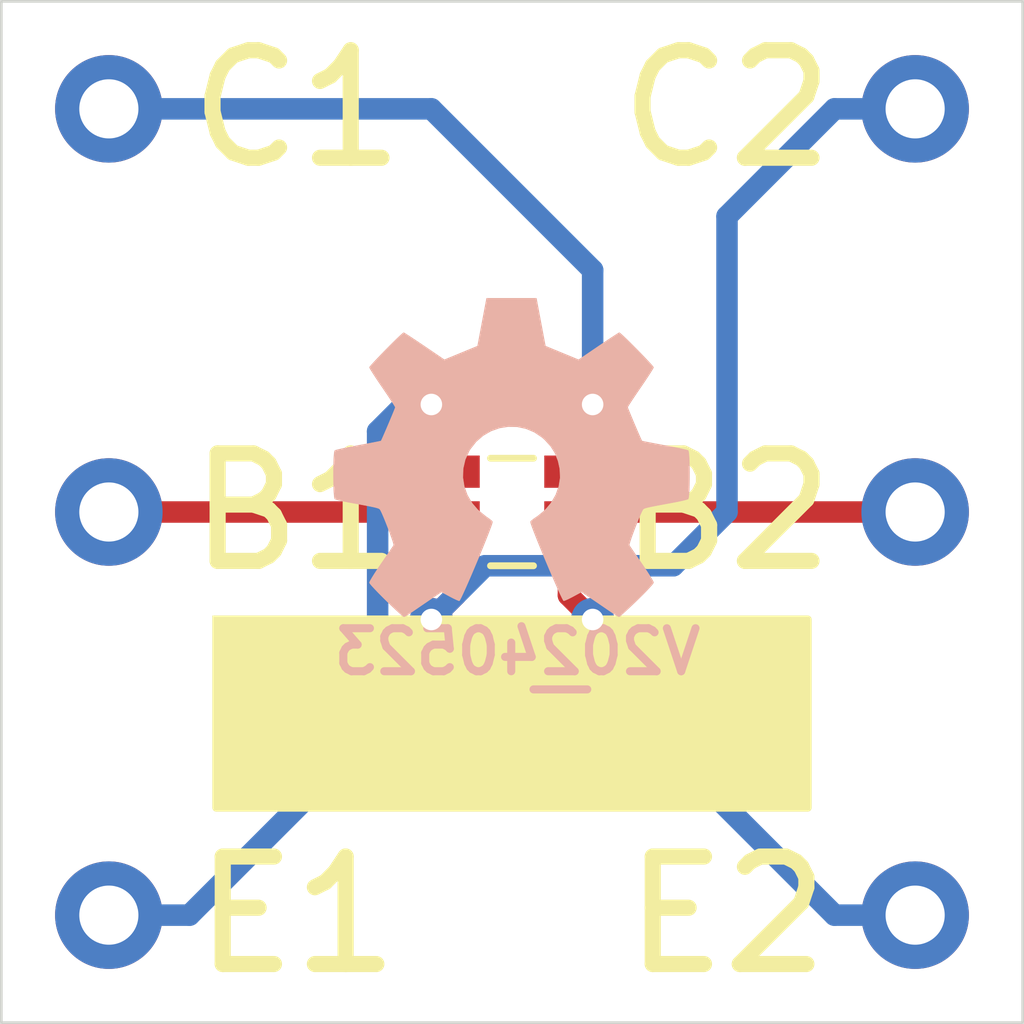
<source format=kicad_pcb>
(kicad_pcb (version 20221018) (generator pcbnew)
  (layers (0 "F.Cu" mixed) (31 "B.Cu" mixed) (34 "B.Paste" user) (35 "F.Paste" user) (36 "B.SilkS" user "B.Silkscreen") (37 "F.SilkS" user "F.Silkscreen") (38 "B.Mask" user) (39 "F.Mask" user) (44 "Edge.Cuts" user))
  (net 0 "")
  (net 1 "Net-(J1-Pin_1)")
  (net 2 "Net-(J2-Pin_1)")
  (net 3 "Net-(J3-Pin_1)")
  (net 4 "Net-(J4-Pin_1)")
  (net 5 "Net-(J5-Pin_1)")
  (net 6 "Net-(J6-Pin_1)")
  (footprint "mill-max:PC_pin_nail_head_6092" (layer "F.Cu") (at 142.5 62.5)
    (fp_text reference "J1")
    (fp_text value "C1" (at 3.5 0) (layer "F.SilkS") (effects (font (size 2 2) (thickness 0.3))))
    (pad "1" thru_hole circle locked (at 0 0) (size 2 2) (drill 1.1) (layers "*.Cu" "*.Mask") (net 1 "Net-(J1-Pin_1)"))
  )
  (footprint "mill-max:PC_pin_nail_head_6092" (layer "F.Cu") (at 142.5 70)
    (fp_text reference "J2")
    (fp_text value "B1" (at 3.5 0) (layer "F.SilkS") (effects (font (size 2 2) (thickness 0.3))))
    (pad "1" thru_hole circle locked (at 0 0) (size 2 2) (drill 1.1) (layers "*.Cu" "*.Mask") (net 2 "Net-(J2-Pin_1)"))
  )
  (footprint "mill-max:PC_pin_nail_head_6092" (layer "F.Cu") (at 142.5 77.5)
    (fp_text reference "J3")
    (fp_text value "E1" (at 3.5 0) (layer "F.SilkS") (effects (font (size 2 2) (thickness 0.3))))
    (pad "1" thru_hole circle locked (at 0 0) (size 2 2) (drill 1.1) (layers "*.Cu" "*.Mask") (net 3 "Net-(J3-Pin_1)"))
  )
  (footprint "mill-max:PC_pin_nail_head_6092" (layer "F.Cu") (at 157.5 70)
    (fp_text reference "J5")
    (fp_text value "B2" (at -3.5 0) (layer "F.SilkS") (effects (font (size 2 2) (thickness 0.3))))
    (pad "1" thru_hole circle locked (at 0 0) (size 2 2) (drill 1.1) (layers "*.Cu" "*.Mask") (net 5 "Net-(J5-Pin_1)"))
  )
  (footprint "mill-max:PC_pin_nail_head_6092" (layer "F.Cu") (at 157.5 62.5)
    (fp_text reference "J6")
    (fp_text value "C2" (at -3.5 0) (layer "F.SilkS") (effects (font (size 2 2) (thickness 0.3))))
    (pad "1" thru_hole circle locked (at 0 0) (size 2 2) (drill 1.1) (layers "*.Cu" "*.Mask") (net 6 "Net-(J6-Pin_1)"))
  )
  (footprint "mill-max:PC_pin_nail_head_6092" (layer "F.Cu") (at 157.5 77.5)
    (fp_text reference "J4")
    (fp_text value "E2" (at -3.5 0) (layer "F.SilkS") (effects (font (size 2 2) (thickness 0.3))))
    (pad "1" thru_hole circle locked (at 0 0) (size 2 2) (drill 1.1) (layers "*.Cu" "*.Mask") (net 4 "Net-(J4-Pin_1)"))
  )
  (footprint "SquantorIC:SOT363-NXP-hand" (layer "F.Cu") (at 150 70)
    (fp_text reference "Q1" hide)
    (fp_text value "~")
    (fp_line (start -1.8 -1.3) (end -1.8 -0.8) (stroke (width 0.12)) (layer "F.SilkS"))
    (fp_line (start -1.8 -1.3) (end -1.3 -1.3) (stroke (width 0.12)) (layer "F.SilkS"))
    (fp_line (start -0.4 -1) (end 0.4 -1) (stroke (width 0.127)) (layer "F.SilkS"))
    (fp_line (start -0.4 1) (end 0.4 1) (stroke (width 0.127)) (layer "F.SilkS"))
    (pad "1" smd rect (at -1.05 -0.75 270) (size 0.6 0.9) (layers "F.Cu" "F.Paste" "F.Mask") (net 3 "Net-(J3-Pin_1)"))
    (pad "2" smd rect (at -1.05 0 270) (size 0.4 0.9) (layers "F.Cu" "F.Paste" "F.Mask") (net 2 "Net-(J2-Pin_1)"))
    (pad "3" smd rect (at -1.05 0.75 270) (size 0.6 0.9) (layers "F.Cu" "F.Paste" "F.Mask") (net 6 "Net-(J6-Pin_1)"))
    (pad "4" smd rect (at 1.05 0.75 270) (size 0.6 0.9) (layers "F.Cu" "F.Paste" "F.Mask") (net 4 "Net-(J4-Pin_1)"))
    (pad "5" smd rect (at 1.05 0 270) (size 0.4 0.9) (layers "F.Cu" "F.Paste" "F.Mask") (net 5 "Net-(J5-Pin_1)"))
    (pad "6" smd rect (at 1.05 -0.75 270) (size 0.6 0.9) (layers "F.Cu" "F.Paste" "F.Mask") (net 1 "Net-(J1-Pin_1)"))
  )
  (footprint "Symbol:OSHW-Symbol_6.7x6mm_SilkScreen" (layer "B.Cu") (at 150 69 180)
    (fp_text reference "N2" hide)
    (fp_text value "OHWLOGO" hide)
    (fp_poly (pts (xy 0.555814 2.531069) (xy 0.639635 2.086445) (xy 0.94892 1.958947) (xy 1.258206 1.831449) (xy 1.629246 2.083754) (xy 1.733157 2.154004) (xy 1.827087 2.216728) (xy 1.906652 2.269062) (xy 1.96747 2.308143) (xy 2.005157 2.331107) (xy 2.015421 2.336058) (xy 2.03391 2.323324) (xy 2.07342 2.288118) (xy 2.129522 2.234938) (xy 2.197787 2.168282) (xy 2.273786 2.092646) (xy 2.353092 2.012528) (xy 2.431275 1.932426) (xy 2.503907 1.856836) (xy 2.566559 1.790255) (xy 2.614803 1.737182) (xy 2.64421 1.702113) (xy 2.651241 1.690377) (xy 2.641123 1.66874) (xy 2.612759 1.621338) (xy 2.569129 1.552807) (xy 2.513218 1.467785) (xy 2.448006 1.370907) (xy 2.410219 1.31565) (xy 2.341343 1.214752) (xy 2.28014 1.123701) (xy 2.229578 1.04703) (xy 2.192628 0.989272) (xy 2.172258 0.954957) (xy 2.169197 0.947746) (xy 2.176136 0.927252) (xy 2.195051 0.879487) (xy 2.223087 0.811168) (xy 2.257391 0.729011) (xy 2.295109 0.63973) (xy 2.333387 0.550042) (xy 2.36937 0.466662) (xy 2.400206 0.396306) (xy 2.423039 0.34569) (xy 2.435017 0.321529) (xy 2.435724 0.320578) (xy 2.454531 0.315964) (xy 2.504618 0.305672) (xy 2.580793 0.290713) (xy 2.677865 0.272099) (xy 2.790643 0.250841) (xy 2.856442 0.238582) (xy 2.97695 0.215638) (xy 3.085797 0.193805) (xy 3.177476 0.174278) (xy 3.246481 0.158252) (xy 3.287304 0.146921) (xy 3.295511 0.143326) (xy 3.303548 0.118994) (xy 3.310033 0.064041) (xy 3.31497 -0.015108) (xy 3.318364 -0.112026) (xy 3.320218 -0.220287) (xy 3.320538 -0.333465) (xy 3.319327 -0.445135) (xy 3.31659 -0.548868) (xy 3.312331 -0.638241) (xy 3.306555 -0.706826) (xy 3.299267 -0.748197) (xy 3.294895 -0.75681) (xy 3.268764 -0.767133) (xy 3.213393 -0.781892) (xy 3.136107 -0.799352) (xy 3.04423 -0.81778) (xy 3.012158 -0.823741) (xy 2.857524 -0.852066) (xy 2.735375 -0.874876) (xy 2.641673 -0.89308) (xy 2.572384 -0.907583) (xy 2.523471 -0.919292) (xy 2.490897 -0.929115) (xy 2.470628 -0.937956) (xy 2.458626 -0.946724) (xy 2.456947 -0.948457) (xy 2.440184 -0.976371) (xy 2.414614 -1.030695) (xy 2.382788 -1.104777) (xy 2.34726 -1.191965) (xy 2.310583 -1.285608) (xy 2.275311 -1.379052) (xy 2.243996 -1.465647) (xy 2.219193 -1.53874) (xy 2.203454 -1.591678) (xy 2.199332 -1.617811) (xy 2.199676 -1.618726) (xy 2.213641 -1.640086) (xy 2.245322 -1.687084) (xy 2.291391 -1.754827) (xy 2.348518 -1.838423) (xy 2.413373 -1.932982) (xy 2.431843 -1.959854) (xy 2.497699 -2.057275) (xy 2.55565 -2.146163) (xy 2.602538 -2.221412) (xy 2.635207 -2.27792) (xy 2.6505 -2.310581) (xy 2.651241 -2.314593) (xy 2.638392 -2.335684) (xy 2.602888 -2.377464) (xy 2.549293 -2.435445) (xy 2.482171 -2.505135) (xy 2.406087 -2.582045) (xy 2.325604 -2.661683) (xy 2.245287 -2.739561) (xy 2.169699 -2.811186) (xy 2.103405 -2.87207) (xy 2.050969 -2.917721) (xy 2.016955 -2.94365) (xy 2.007545 -2.947883) (xy 1.985643 -2.937912) (xy 1.9408 -2.91102) (xy 1.880321 -2.871736) (xy 1.833789 -2.840117) (xy 1.749475 -2.782098) (xy 1.649626 -2.713784) (xy 1.549473 -2.645579) (xy 1.495627 -2.609075) (xy 1.313371 -2.4858) (xy 1.160381 -2.56852) (xy 1.090682 -2.604759) (xy 1.031414 -2.632926) (xy 0.991311 -2.648991) (xy 0.981103 -2.651226) (xy 0.968829 -2.634722) (xy 0.944613 -2.588082) (xy 0.910263 -2.515609) (xy 0.867588 -2.421606) (xy 0.818394 -2.310374) (xy 0.76449 -2.186215) (xy 0.707684 -2.053432) (xy 0.649782 -1.916327) (xy 0.592593 -1.779202) (xy 0.537924 -1.646358) (xy 0.487584 -1.522098) (xy 0.44338 -1.410725) (xy 0.407119 -1.316539) (xy 0.380609 -1.243844) (xy 0.365658 -1.196941) (xy 0.363254 -1.180833) (xy 0.382311 -1.160286) (xy 0.424036 -1.126933) (xy 0.479706 -1.087702) (xy 0.484378 -1.084599) (xy 0.628264 -0.969423) (xy 0.744283 -0.835053) (xy 0.83143 -0.685784) (xy 0.888699 -0.525913) (xy 0.915086 -0.359737) (xy 0.909585 -0.191552) (xy 0.87119 -0.025655) (xy 0.798895 0.133658) (xy 0.777626 0.168513) (xy 0.666996 0.309263) (xy 0.536302 0.422286) (xy 0.390064 0.506997) (xy 0.232808 0.562806) (xy 0.069057 0.589126) (xy -0.096667 0.58537) (xy -0.259838 0.55095) (xy -0.415935 0.485277) (xy -0.560433 0.387765) (xy -0.605131 0.348187) (xy -0.718888 0.224297) (xy -0.801782 0.093876) (xy -0.858644 -0.052315) (xy -0.890313 -0.197088) (xy -0.898131 -0.35986) (xy -0.872062 -0.52344) (xy -0.814755 -0.682298) (xy -0.728856 -0.830906) (xy -0.617014 -0.963735) (xy -0.481877 -1.075256) (xy -0.464117 -1.087011) (xy -0.40785 -1.125508) (xy -0.365077 -1.158863) (xy -0.344628 -1.18016) (xy -0.344331 -1.180833) (xy -0.348721 -1.203871) (xy -0.366124 -1.256157) (xy -0.394732 -1.33339) (xy -0.432735 -1.431268) (xy -0.478326 -1.545491) (xy -0.529697 -1.671758) (xy -0.585038 -1.805767) (xy -0.642542 -1.943218) (xy -0.700399 -2.079808) (xy -0.756802 -2.211237) (xy -0.809942 -2.333205) (xy -0.85801 -2.441409) (xy -0.899199 -2.531549) (xy -0.931699 -2.599323) (xy -0.953703 -2.64043) (xy -0.962564 -2.651226) (xy -0.98964 -2.642819) (xy -1.040303 -2.620272) (xy -1.105817 -2.587613) (xy -1.141841 -2.56852) (xy -1.294832 -2.4858) (xy -1.477088 -2.609075) (xy -1.570125 -2.672228) (xy -1.671985 -2.741727) (xy -1.767438 -2.807165) (xy -1.81525 -2.840117) (xy -1.882495 -2.885273) (xy -1.939436 -2.921057) (xy -1.978646 -2.942938) (xy -1.991381 -2.947563) (xy -2.009917 -2.935085) (xy -2.050941 -2.900252) (xy -2.110475 -2.846678) (xy -2.184542 -2.777983) (xy -2.269165 -2.697781) (xy -2.322685 -2.646286) (xy -2.416319 -2.554286) (xy -2.497241 -2.471999) (xy -2.562177 -2.402945) (xy -2.607858 -2.350644) (xy -2.631011 -2.318616) (xy -2.633232 -2.312116) (xy -2.622924 -2.287394) (xy -2.594439 -2.237405) (xy -2.550937 -2.167212) (xy -2.495577 -2.081875) (xy -2.43152 -1.986456) (xy -2.413303 -1.959854) (xy -2.346927 -1.863167) (xy -2.287378 -1.776117) (xy -2.237984 -1.703595) (xy -2.202075 -1.650493) (xy -2.182981 -1.621703) (xy -2.181136 -1.618726) (xy -2.183895 -1.595782) (xy -2.198538 -1.545336) (xy -2.222513 -1.474041) (xy -2.253266 -1.388547) (xy -2.288244 -1.295507) (xy -2.324893 -1.201574) (xy -2.360661 -1.113399) (xy -2.392994 -1.037634) (xy -2.419338 -0.980931) (xy -2.437142 -0.949943) (xy -2.438407 -0.948457) (xy -2.449294 -0.939601) (xy -2.467682 -0.930843) (xy -2.497606 -0.921277) (xy -2.543103 -0.909996) (xy -2.608209 -0.896093) (xy -2.696961 -0.878663) (xy -2.813393 -0.856798) (xy -2.961542 -0.829591) (xy -2.993618 -0.823741) (xy -3.088686 -0.805374) (xy -3.171565 -0.787405) (xy -3.23493 -0.771569) (xy -3.271458 -0.7596) (xy -3.276356 -0.75681) (xy -3.284427 -0.732072) (xy -3.290987 -0.67679) (xy -3.296033 -0.597389) (xy -3.299559 -0.500296) (xy -3.301561 -0.391938) (xy -3.302036 -0.27874) (xy -3.300977 -0.167128) (xy -3.298382 -0.063529) (xy -3.294246 0.025632) (xy -3.288563 0.093928) (xy -3.281331 0.134934) (xy -3.276971 0.143326) (xy -3.252698 0.151792) (xy -3.197426 0.165565) (xy -3.116662 0.18345) (xy -3.015912 0.204252) (xy -2.900683 0.226777) (xy -2.837902 0.238582) (xy -2.718787 0.260849) (xy -2.612565 0.281021) (xy -2.524427 0.298085) (xy -2.459566 0.311031) (xy -2.423174 0.318845) (xy -2.417184 0.320578) (xy -2.407061 0.34011) (xy -2.385662 0.387157) (xy -2.355839 0.454997) (xy -2.320445 0.536909) (xy -2.282332 0.626172) (xy -2.244353 0.716065) (xy -2.20936 0.799865) (xy -2.180206 0.870853) (xy -2.159743 0.922306) (xy -2.150823 0.947503) (xy -2.150657 0.948604) (xy -2.160769 0.968481) (xy -2.189117 1.014223) (xy -2.232723 1.081283) (xy -2.288606 1.165116) (xy -2.353787 1.261174) (xy -2.391679 1.31635) (xy -2.460725 1.417519) (xy -2.52205 1.50937) (xy -2.572663 1.587256) (xy -2.609571 1.646531) (xy -2.629782 1.682549) (xy -2.632701 1.690623) (xy -2.620153 1.709416) (xy -2.585463 1.749543) (xy -2.533063 1.806507) (xy -2.467384 1.875815) (xy -2.392856 1.952969) (xy -2.313913 2.033475) (xy -2.234983 2.112837) (xy -2.1605 2.18656) (xy -2.094894 2.250148) (xy -2.042596 2.299106) (xy -2.008039 2.328939) (xy -1.996478 2.336058) (xy -1.977654 2.326047) (xy -1.932631 2.297922) (xy -1.865787 2.254546) (xy -1.781499 2.198782) (xy -1.684144 2.133494) (xy -1.610707 2.083754) (xy -1.239667 1.831449) (xy -0.621095 2.086445) (xy -0.537275 2.531069) (xy -0.453454 2.975693) (xy 0.471994 2.975693) (xy 0.555814 2.531069)) (stroke (width 0.01)) (fill solid) (layer "B.SilkS"))
  )
  (footprint "SquantorLabels:Label_Generic" (layer "B.Cu") (at 150.9 72.7 180)
    (fp_text reference "N1" hide)
    (fp_text value "V20240523" (at 0.8 0.1) (layer "B.SilkS") (effects (font (size 0.8 0.8)) (justify mirror)))
    (fp_line (start -0.5 -0.6) (end 0.5 -0.6) (stroke (width 0.15)) (layer "B.SilkS"))
  )
  (gr_rect (start 144.5 72) (end 155.5 75.5) (stroke (width 0.15)) (fill solid) (layer "F.SilkS"))
  (gr_line (start 140.5 79.5) (end 159.5 79.5) (stroke (width 0.05)) (layer "Edge.Cuts"))
  (gr_line (start 159.5 60.5) (end 159.5 79.5) (stroke (width 0.05)) (layer "Edge.Cuts"))
  (gr_line (start 159.5 60.5) (end 140.5 60.5) (stroke (width 0.05)) (layer "Edge.Cuts"))
  (gr_line (start 140.5 79.5) (end 140.5 60.5) (stroke (width 0.05)) (layer "Edge.Cuts"))
  (segment (start 151.05 68.45) (end 151.5 68) (width 0.4) (layer "F.Cu") (net 1))
  (segment (start 151.05 69.25) (end 151.05 68.45) (width 0.4) (layer "F.Cu") (net 1))
  (via (at 151.5 68) (size 0.8) (drill 0.4) (layers "F.Cu" "B.Cu") (net 1))
  (segment (start 151.5 68) (end 151.5 65.5) (width 0.4) (layer "B.Cu") (net 1))
  (segment (start 151.5 65.5) (end 148.5 62.5) (width 0.4) (layer "B.Cu") (net 1))
  (segment (start 148.5 62.5) (end 142.5 62.5) (width 0.4) (layer "B.Cu") (net 1))
  (segment (start 148.95 70) (end 142.5 70) (width 0.4) (layer "F.Cu") (net 2))
  (segment (start 148.95 68.45) (end 148.5 68) (width 0.4) (layer "F.Cu") (net 3))
  (segment (start 148.95 69.25) (end 148.95 68.45) (width 0.4) (layer "F.Cu") (net 3))
  (via (at 148.5 68) (size 0.8) (drill 0.4) (layers "F.Cu" "B.Cu") (net 3))
  (segment (start 147.5 74) (end 144 77.5) (width 0.4) (layer "B.Cu") (net 3))
  (segment (start 147.5 68.5) (end 147.5 74) (width 0.4) (layer "B.Cu") (net 3))
  (segment (start 148 68) (end 147.5 68.5) (width 0.4) (layer "B.Cu") (net 3))
  (segment (start 148.5 68) (end 148 68) (width 0.4) (layer "B.Cu") (net 3))
  (segment (start 144 77.5) (end 142.5 77.5) (width 0.4) (layer "B.Cu") (net 3))
  (segment (start 151.05 71.55) (end 151.5 72) (width 0.4) (layer "F.Cu") (net 4))
  (segment (start 151.05 70.75) (end 151.05 71.55) (width 0.4) (layer "F.Cu") (net 4))
  (via (at 151.5 72) (size 0.8) (drill 0.4) (layers "F.Cu" "B.Cu") (net 4))
  (segment (start 156 77.5) (end 157.5 77.5) (width 0.4) (layer "B.Cu") (net 4))
  (segment (start 151.5 72) (end 151.5 73) (width 0.4) (layer "B.Cu") (net 4))
  (segment (start 151.5 73) (end 156 77.5) (width 0.4) (layer "B.Cu") (net 4))
  (segment (start 151.05 70) (end 157.5 70) (width 0.4) (layer "F.Cu") (net 5))
  (segment (start 148.95 71.55) (end 148.5 72) (width 0.4) (layer "F.Cu") (net 6))
  (segment (start 148.95 70.75) (end 148.95 71.55) (width 0.4) (layer "F.Cu") (net 6))
  (via (at 148.5 72) (size 0.8) (drill 0.4) (layers "F.Cu" "B.Cu") (net 6))
  (segment (start 154 64.5) (end 156 62.5) (width 0.4) (layer "B.Cu") (net 6))
  (segment (start 148.5 72) (end 149.5 71) (width 0.4) (layer "B.Cu") (net 6))
  (segment (start 153 71) (end 154 70) (width 0.4) (layer "B.Cu") (net 6))
  (segment (start 156 62.5) (end 157.5 62.5) (width 0.4) (layer "B.Cu") (net 6))
  (segment (start 154 70) (end 154 64.5) (width 0.4) (layer "B.Cu") (net 6))
  (segment (start 149.5 71) (end 153 71) (width 0.4) (layer "B.Cu") (net 6))
)
</source>
